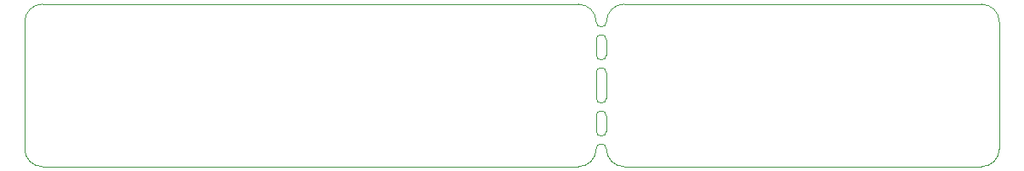
<source format=gbr>
G04 #@! TF.GenerationSoftware,KiCad,Pcbnew,5.1.5-52549c5~86~ubuntu19.04.1*
G04 #@! TF.CreationDate,2020-05-21T23:18:28+10:00*
G04 #@! TF.ProjectId,ICM2_FrontPanel_Breakout,49434d32-5f46-4726-9f6e-7450616e656c,rev?*
G04 #@! TF.SameCoordinates,Original*
G04 #@! TF.FileFunction,Profile,NP*
%FSLAX46Y46*%
G04 Gerber Fmt 4.6, Leading zero omitted, Abs format (unit mm)*
G04 Created by KiCad (PCBNEW 5.1.5-52549c5~86~ubuntu19.04.1) date 2020-05-21 23:18:28*
%MOMM*%
%LPD*%
G04 APERTURE LIST*
%ADD10C,0.050000*%
G04 APERTURE END LIST*
D10*
X142494000Y-89154000D02*
X178054000Y-89154000D01*
X178054000Y-72898000D02*
X142494000Y-72898000D01*
X84582000Y-89154000D02*
X137922000Y-89154000D01*
X137922000Y-72898000D02*
X84582000Y-72898000D01*
X140716000Y-82296000D02*
X140716000Y-79756000D01*
X139700000Y-79756000D02*
X139700000Y-82296000D01*
X139700000Y-87376000D02*
G75*
G02X137922000Y-89154000I-1778000J0D01*
G01*
X142494000Y-89154000D02*
G75*
G02X140716000Y-87376000I0J1778000D01*
G01*
X140716000Y-74676000D02*
G75*
G02X142494000Y-72898000I1778000J0D01*
G01*
X137922000Y-72898000D02*
G75*
G02X139700000Y-74676000I0J-1778000D01*
G01*
X179832000Y-87376000D02*
G75*
G02X178054000Y-89154000I-1778000J0D01*
G01*
X178054000Y-72898000D02*
G75*
G02X179832000Y-74676000I0J-1778000D01*
G01*
X84582000Y-89154000D02*
G75*
G02X82804000Y-87376000I0J1778000D01*
G01*
X82804000Y-74676000D02*
G75*
G02X84582000Y-72898000I1778000J0D01*
G01*
X140716000Y-74676000D02*
G75*
G02X139700000Y-74676000I-508000J0D01*
G01*
X139700000Y-87376000D02*
G75*
G02X140716000Y-87376000I508000J0D01*
G01*
X140716000Y-85598000D02*
X140716000Y-84074000D01*
X139700000Y-84074000D02*
X139700000Y-85598000D01*
X139700000Y-84074000D02*
G75*
G02X140716000Y-84074000I508000J0D01*
G01*
X140716000Y-85598000D02*
G75*
G02X139700000Y-85598000I-508000J0D01*
G01*
X139700000Y-79756000D02*
G75*
G02X140716000Y-79756000I508000J0D01*
G01*
X140716000Y-82296000D02*
G75*
G02X139700000Y-82296000I-508000J0D01*
G01*
X140716000Y-77978000D02*
X140716000Y-76454000D01*
X139700000Y-76454000D02*
X139700000Y-77978000D01*
X139700000Y-76454000D02*
G75*
G02X140716000Y-76454000I508000J0D01*
G01*
X140716000Y-77978000D02*
G75*
G02X139700000Y-77978000I-508000J0D01*
G01*
X82804000Y-87376000D02*
X82804000Y-74676000D01*
X179832000Y-74676000D02*
X179832000Y-87376000D01*
M02*

</source>
